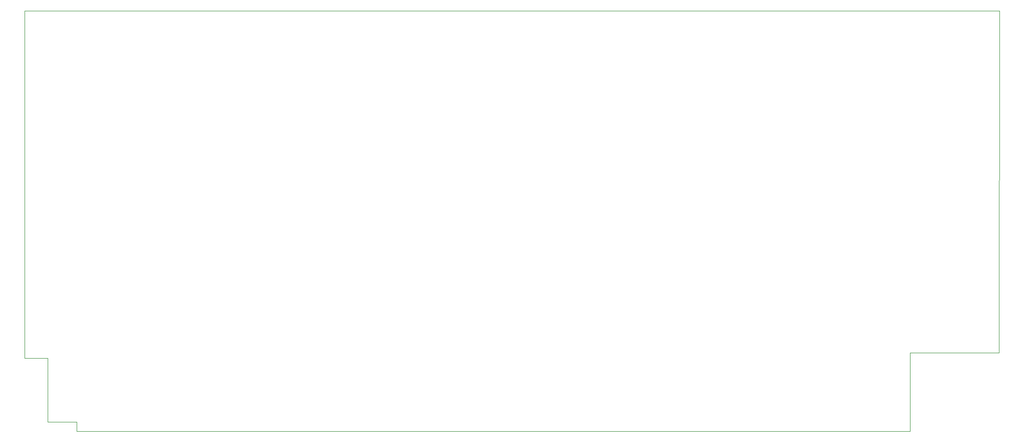
<source format=gbr>
%TF.GenerationSoftware,KiCad,Pcbnew,(5.1.7)-1*%
%TF.CreationDate,2021-09-17T17:18:02+01:00*%
%TF.ProjectId,Apricot-Expansion-RAM,41707269-636f-4742-9d45-7870616e7369,rev?*%
%TF.SameCoordinates,Original*%
%TF.FileFunction,Profile,NP*%
%FSLAX46Y46*%
G04 Gerber Fmt 4.6, Leading zero omitted, Abs format (unit mm)*
G04 Created by KiCad (PCBNEW (5.1.7)-1) date 2021-09-17 17:18:02*
%MOMM*%
%LPD*%
G01*
G04 APERTURE LIST*
%TA.AperFunction,Profile*%
%ADD10C,0.050000*%
%TD*%
G04 APERTURE END LIST*
D10*
X74792000Y-116575500D02*
X74792000Y-118175500D01*
X69792000Y-116575500D02*
X74792000Y-116575500D01*
X74792000Y-118175500D02*
X218392000Y-118175500D01*
X69792000Y-105575500D02*
X69792000Y-116575500D01*
X65792000Y-105575500D02*
X69792000Y-105575500D01*
X65792000Y-45575500D02*
X65792000Y-105575500D01*
X233792000Y-45575500D02*
X65792000Y-45575500D01*
X233692000Y-104575500D02*
X233792000Y-45575500D01*
X218392000Y-104575500D02*
X233692000Y-104575500D01*
X218392000Y-118175500D02*
X218392000Y-104575500D01*
M02*

</source>
